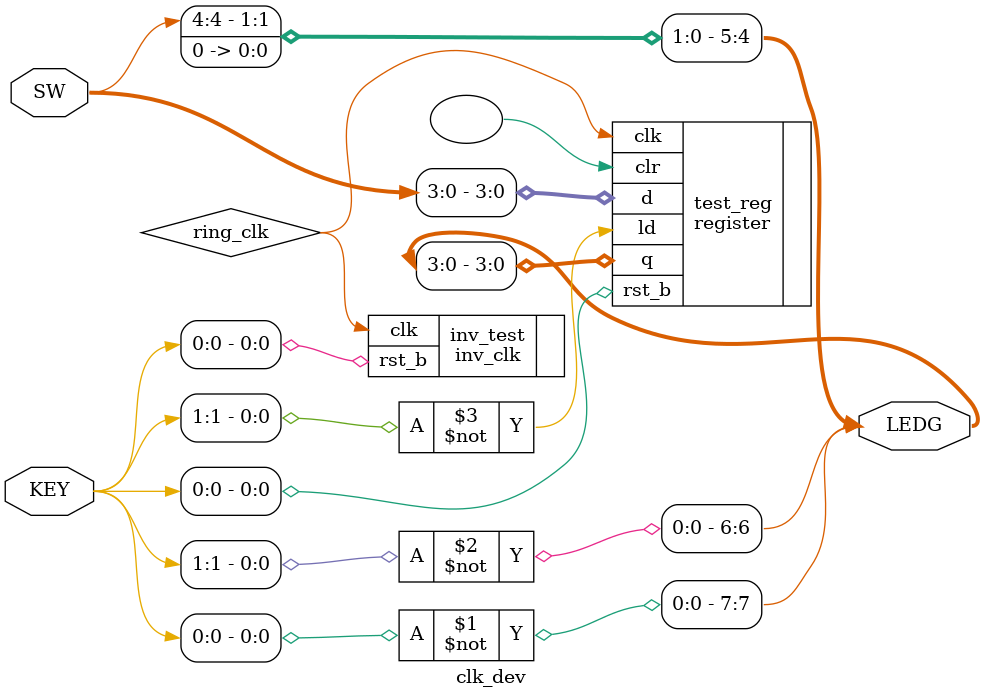
<source format=sv>

module clk_dev
    (input  logic [4:0] SW,
     input  logic [1:0] KEY,
     output logic [7:0] LEDG);

	 assign LEDG[7] = ~KEY[0];
	 
	 assign LEDG[6] = ~KEY[1];
	 
	 assign LEDG[5] = SW[4];
	 
	 assign LEDG[4] = 'b0;
	 
    logic ring_clk;

	 
    inv_clk #(59) inv_test(.rst_b(KEY[0]),
                           .clk(ring_clk));
	 
	 
    register #(4) test_reg(.clk(ring_clk),
                           .rst_b(KEY[0]),
                           .d(SW[3:0]),
                           .q(LEDG[3:0]),
                           .clr( ),
                           .ld(~KEY[1]));

endmodule: clk_dev

</source>
